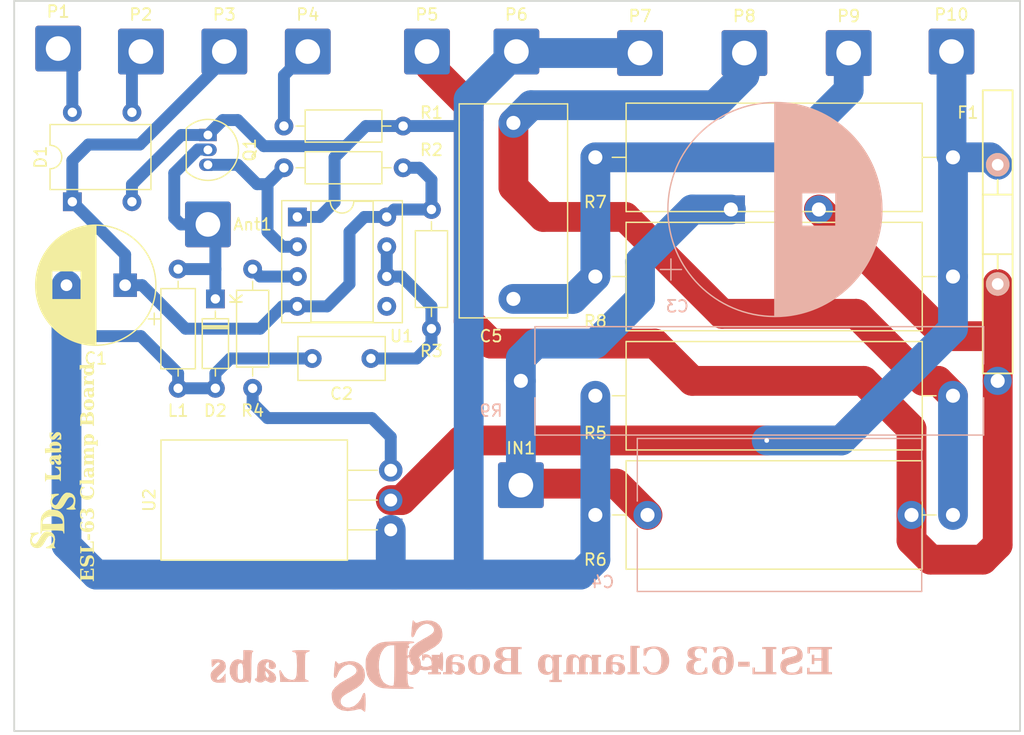
<source format=kicad_pcb>
(kicad_pcb (version 20221018) (generator pcbnew)

  (general
    (thickness 1.6)
  )

  (paper "USLetter")
  (title_block
    (title "Quad ESL-63 Clamp Board")
    (rev "1")
    (company "SDS Labs")
  )

  (layers
    (0 "F.Cu" signal)
    (31 "B.Cu" signal)
    (32 "B.Adhes" user "B.Adhesive")
    (33 "F.Adhes" user "F.Adhesive")
    (34 "B.Paste" user)
    (35 "F.Paste" user)
    (36 "B.SilkS" user "B.Silkscreen")
    (37 "F.SilkS" user "F.Silkscreen")
    (38 "B.Mask" user)
    (39 "F.Mask" user)
    (40 "Dwgs.User" user "User.Drawings")
    (41 "Cmts.User" user "User.Comments")
    (42 "Eco1.User" user "User.Eco1")
    (43 "Eco2.User" user "User.Eco2")
    (44 "Edge.Cuts" user)
    (45 "Margin" user)
    (46 "B.CrtYd" user "B.Courtyard")
    (47 "F.CrtYd" user "F.Courtyard")
    (48 "B.Fab" user)
    (49 "F.Fab" user)
  )

  (setup
    (stackup
      (layer "F.SilkS" (type "Top Silk Screen"))
      (layer "F.Paste" (type "Top Solder Paste"))
      (layer "F.Mask" (type "Top Solder Mask") (thickness 0.01))
      (layer "F.Cu" (type "copper") (thickness 0.035))
      (layer "dielectric 1" (type "core") (thickness 1.51) (material "FR4") (epsilon_r 4.5) (loss_tangent 0.02))
      (layer "B.Cu" (type "copper") (thickness 0.035))
      (layer "B.Mask" (type "Bottom Solder Mask") (thickness 0.01))
      (layer "B.Paste" (type "Bottom Solder Paste"))
      (layer "B.SilkS" (type "Bottom Silk Screen"))
      (copper_finish "None")
      (dielectric_constraints no)
    )
    (pad_to_mask_clearance 0)
    (pcbplotparams
      (layerselection 0x00010f0_ffffffff)
      (plot_on_all_layers_selection 0x0000000_00000000)
      (disableapertmacros false)
      (usegerberextensions false)
      (usegerberattributes true)
      (usegerberadvancedattributes true)
      (creategerberjobfile true)
      (dashed_line_dash_ratio 12.000000)
      (dashed_line_gap_ratio 3.000000)
      (svgprecision 4)
      (plotframeref false)
      (viasonmask false)
      (mode 1)
      (useauxorigin false)
      (hpglpennumber 1)
      (hpglpenspeed 20)
      (hpglpendiameter 15.000000)
      (dxfpolygonmode true)
      (dxfimperialunits true)
      (dxfusepcbnewfont true)
      (psnegative false)
      (psa4output false)
      (plotreference true)
      (plotvalue true)
      (plotinvisibletext false)
      (sketchpadsonfab false)
      (subtractmaskfromsilk false)
      (outputformat 1)
      (mirror false)
      (drillshape 0)
      (scaleselection 1)
      (outputdirectory "")
    )
  )

  (net 0 "")
  (net 1 "GND")
  (net 2 "VCC")
  (net 3 "Net-(R4-Pad1)")
  (net 4 "Net-(U1-DIS)")
  (net 5 "Net-(P5-P1)")
  (net 6 "Net-(P9-P1)")
  (net 7 "Net-(P8-P1)")
  (net 8 "Net-(P2-P1)")
  (net 9 "Net-(P1-P1)")
  (net 10 "Net-(Ant1-P1)")
  (net 11 "Net-(P10-P1)")
  (net 12 "Net-(P4-P1)")
  (net 13 "Net-(Q1-C)")
  (net 14 "Net-(U1-Q)")
  (net 15 "unconnected-(U1-CV-Pad5)")
  (net 16 "Net-(IN1-P1)")

  (footprint "Capacitor_THT:CP_Radial_D10.0mm_P5.00mm" (layer "F.Cu") (at 97.719277 110.5916 180))

  (footprint "Capacitor_THT:C_Rect_L7.2mm_W3.5mm_P5.00mm_FKS2_FKP2_MKS2_MKP2" (layer "F.Cu") (at 118.665 116.84 180))

  (footprint "Diode_THT:D_DO-35_SOD27_P7.62mm_Horizontal" (layer "F.Cu") (at 105.41 111.76 -90))

  (footprint "Inductor_THT:L_Axial_L6.6mm_D2.7mm_P10.16mm_Horizontal_Vishay_IM-2" (layer "F.Cu") (at 102.235 109.22 -90))

  (footprint "Connector_Wire:SolderWire-1.5sqmm_1x01_D1.7mm_OD3.9mm" (layer "F.Cu") (at 92.0115 90.424))

  (footprint "Connector_Wire:SolderWire-1.5sqmm_1x01_D1.7mm_OD3.9mm" (layer "F.Cu") (at 99.06 90.678))

  (footprint "Connector_Wire:SolderWire-1.5sqmm_1x01_D1.7mm_OD3.9mm" (layer "F.Cu") (at 106.172 90.678))

  (footprint "Connector_Wire:SolderWire-1.5sqmm_1x01_D1.7mm_OD3.9mm" (layer "F.Cu") (at 113.284 90.678))

  (footprint "Connector_Wire:SolderWire-1.5sqmm_1x01_D1.7mm_OD3.9mm" (layer "F.Cu") (at 123.444 90.678))

  (footprint "Connector_Wire:SolderWire-1.5sqmm_1x01_D1.7mm_OD3.9mm" (layer "F.Cu") (at 131.445 127.635))

  (footprint "Connector_Wire:SolderWire-1.5sqmm_1x01_D1.7mm_OD3.9mm" (layer "F.Cu") (at 131.064 90.678))

  (footprint "Connector_Wire:SolderWire-1.5sqmm_1x01_D1.7mm_OD3.9mm" (layer "F.Cu") (at 141.605 90.805))

  (footprint "Connector_Wire:SolderWire-1.5sqmm_1x01_D1.7mm_OD3.9mm" (layer "F.Cu") (at 150.495 90.805))

  (footprint "Connector_Wire:SolderWire-1.5sqmm_1x01_D1.7mm_OD3.9mm" (layer "F.Cu") (at 159.385 90.805))

  (footprint "Connector_Wire:SolderWire-1.5sqmm_1x01_D1.7mm_OD3.9mm" (layer "F.Cu") (at 168.148 90.678))

  (footprint "Connector_Wire:SolderWire-1.5sqmm_1x01_D1.7mm_OD3.9mm" (layer "F.Cu") (at 104.775 105.41))

  (footprint "Package_TO_SOT_THT:TO-92_Inline" (layer "F.Cu") (at 104.775 97.79 -90))

  (footprint "Resistor_THT:R_Axial_DIN0207_L6.3mm_D2.5mm_P10.16mm_Horizontal" (layer "F.Cu") (at 111.252 97.028))

  (footprint "Resistor_THT:R_Axial_DIN0207_L6.3mm_D2.5mm_P10.16mm_Horizontal" (layer "F.Cu") (at 121.412 100.584 180))

  (footprint "Resistor_THT:R_Axial_DIN0207_L6.3mm_D2.5mm_P10.16mm_Horizontal" (layer "F.Cu") (at 123.825 104.14 -90))

  (footprint "Resistor_THT:R_Axial_DIN0207_L6.3mm_D2.5mm_P10.16mm_Horizontal" (layer "F.Cu") (at 108.585 119.38 90))

  (footprint "Package_DIP:DIP-8_W7.62mm_Socket" (layer "F.Cu") (at 112.395 104.775))

  (footprint "Resistor_THT:R_Axial_Power_L25.0mm_W9.0mm_P30.48mm" (layer "F.Cu") (at 168.275 120.015 180))

  (footprint "Resistor_THT:R_Axial_Power_L25.0mm_W9.0mm_P30.48mm" (layer "F.Cu") (at 168.275 130.175 180))

  (footprint "Resistor_THT:R_Axial_Power_L25.0mm_W9.0mm_P30.48mm" (layer "F.Cu") (at 168.275 99.695 180))

  (footprint "Resistor_THT:R_Axial_Power_L25.0mm_W9.0mm_P30.48mm" (layer "F.Cu") (at 168.275 109.855 180))

  (footprint "kicad-SDS-footprints:polyfuse-2.5A" (layer "F.Cu") (at 172.085 100.33 -90))

  (footprint "Package_TO_SOT_THT:TO-220-3_Horizontal_TabDown" (layer "F.Cu") (at 120.355 131.445 90))

  (footprint "Capacitor_THT:C_Rect_L18.0mm_W9.0mm_P15.00mm_FKS3_FKP3" (layer "F.Cu") (at 130.81 111.76 90))

  (footprint "sdsLogos:sdsLabs-medium-fSilk" (layer "F.Cu") (at 91.44 127.8128 90))

  (footprint "Diode_THT:Diode_Bridge_DIP-4_W7.62mm_P5.08mm" (layer "F.Cu") (at 93.218 103.4796 90))

  (footprint "MountingHole:MountingHole_3.2mm_M3" (layer "F.Cu") (at 98.75 142.85))

  (footprint "sdsLogos:sdsLabs-large-bSilk" (layer "F.Cu") (at 114.4016 142.7988))

  (footprint "MountingHole:MountingHole_3.2mm_M3" (layer "F.Cu") (at 163.6 142.9))

  (footprint "Capacitor_THT:CP_Radial_D18.0mm_P7.50mm" (layer "B.Cu")
    (tstamp 00000000-0000-0000-0000-00005830e2f8)
    (at 149.345 104.14)
    (descr "CP, Radial series, Radial, pin pitch=7.50mm, , diameter=18mm, Electrolytic Capacitor")
    (tags "CP Radial series Radial pin pitch 7.50mm  diameter 18mm Electrolytic Capacitor")
    (property "Sheetfile" "esl63_clamp_board_v2.kicad_sch")
    (property "Sheetname" "")
    (path "/00000000-0000-0000-0000-0000582a6b41")
    (attr through_hole)
    (fp_text reference "C3" (at -4.565 8.255) (layer "B.SilkS")
        (effects (font (size 1 1) (thickness 0.15)) (justify mirror))
      (tstamp 26d1da23-1b64-428a-a599-eb75a73f5729)
    )
    (fp_text value "C" (at 3.75 -10.25) (layer "B.Fab")
        (effects (font (size 1 1) (thickness 0.15)) (justify mirror))
      (tstamp cfa3ba90-a391-4d31-9c5f-7eae0c570fff)
    )
    (fp_text user "${REFERENCE}" (at 1.15 2.54) (layer "B.Fab")
        (effects (font (size 1 1) (thickness 0.15)) (justify mirror))
      (tstamp d0aa76fa-2a7d-469c-85a2-72ed6399b781)
    )
    (fp_line (start -6.00944 5.115) (end -4.20944 5.115)
      (stroke (width 0.12) (type solid)) (layer "B.SilkS") (tstamp 514f0d7a-f1aa-426a-ab37-335901963cb6))
    (fp_line (start -5.10944 6.015) (end -5.10944 4.215)
      (stroke (width 0.12) (type solid)) (layer "B.SilkS") (tstamp 12eb37dd-1a5b-46ee-95dc-24a2b496ab86))
    (fp_line (start 3.75 9.081) (end 3.75 -9.081)
      (stroke (width 0.12) (type solid)) (layer "B.SilkS") (tstamp b82fb4f8-e290-42f5-a641-4355f941daba))
    (fp_line (start 3.79 9.08) (end 3.79 -9.08)
      (stroke (width 0.12) (type solid)) (layer "B.SilkS") (tstamp bb47c743-68bd-46e3-8edc-91e1bbffb324))
    (fp_line (start 3.83 9.08) (end 3.83 -9.08)
      (stroke (width 0.12) (type solid)) (layer "B.SilkS") (tstamp a1005c74-cd11-4f07-ba79-e73c6aed3da2))
    (fp_line (start 3.87 9.08) (end 3.87 -9.08)
      (stroke (width 0.12) (type solid)) (layer "B.SilkS") (tstamp beaeb4c2-f443-4e01-9016-ff3ad8c798c9))
    (fp_line (start 3.91 9.079) (end 3.91 -9.079)
      (stroke (width 0.12) (type solid)) (layer "B.SilkS") (tstamp 4cd68eca-a086-4302-90ca-d2ffc067e4ab))
    (fp_line (start 3.95 9.078) (end 3.95 -9.078)
      (stroke (width 0.12) (type solid)) (layer "B.SilkS") (tstamp 8196b749-3e54-4bc9-90d0-865aaabd7624))
    (fp_line (start 3.99 9.077) (end 3.99 -9.077)
      (stroke (width 0.12) (type solid)) (layer "B.SilkS") (tstamp 99d032aa-6989-4868-8fa9-98c0042a4e43))
    (fp_line (start 4.03 9.076) (end 4.03 -9.076)
      (stroke (width 0.12) (type solid)) (layer "B.SilkS") (tstamp 9cf81248-2510-41a7-87c0-3eb314e4fbab))
    (fp_line (start 4.07 9.075) (end 4.07 -9.075)
      (stroke (width 0.12) (type solid)) (layer "B.SilkS") (tstamp abe5c403-acdf-4b9b-bf00-0181dbd1f474))
    (fp_line (start 4.11 9.073) (end 4.11 -9.073)
      (stroke (width 0.12) (type solid)) (layer "B.SilkS") (tstamp f1c6c544-c4c5-46a9-bf68-2e1bcca859e3))
    (fp_line (start 4.15 9.072) (end 4.15 -9.072)
      (stroke (width 0.12) (type solid)) (layer "B.SilkS") (tstamp 850792f0-3432-4a3e-9841-252f56cfeb50))
    (fp_line (start 4.19 9.07) (end 4.19 -9.07)
      (stroke (width 0.12) (type solid)) (layer "B.SilkS") (tstamp 48df8625-dae0-49bf-b780-daadda296a60))
    (fp_line (start 4.23 9.068) (end 4.23 -9.068)
      (stroke (width 0.12) (type solid)) (layer "B.SilkS") (tstamp af384a63-d2fb-4a0b-89be-925d70f86988))
    (fp_line (start 4.27 9.066) (end 4.27 -9.066)
      (stroke (width 0.12) (type solid)) (layer "B.SilkS") (tstamp aa898dae-7b98-46f6-8510-b62b74cb5a4b))
    (fp_line (start 4.31 9.063) (end 4.31 -9.063)
      (stroke (width 0.12) (type solid)) (layer "B.SilkS") (tstamp 2e038ea9-0e2c-4c71-96ef-90c84775906a))
    (fp_line (start 4.35 9.061) (end 4.35 -9.061)
      (stroke (width 0.12) (type solid)) (layer "B.SilkS") (tstamp fa115fd6-bce2-4581-aafc-88345d8165a8))
    (fp_line (start 4.39 9.058) (end 4.39 -9.058)
      (stroke (width 0.12) (type solid)) (layer "B.SilkS") (tstamp 43d75aa3-ba8a-47bf-92a4-3b64af1fa824))
    (fp_line (start 4.43 9.055) (end 4.43 -9.055)
      (stroke (width 0.12) (type solid)) (layer "B.SilkS") (tstamp d017d9df-9b00-4b42-b2ca-c9ad50fa4100))
    (fp_line (start 4.471 9.052) (end 4.471 -9.052)
      (stroke (width 0.12) (type solid)) (layer "B.SilkS") (tstamp ac7e247c-6762-4932-92bb-f2969dddf822))
    (fp_line (start 4.511 9.049) (end 4.511 -9.049)
      (stroke (width 0.12) (type solid)) (layer "B.SilkS") (tstamp dd54f0e3-8282-4dcb-922f-84aabca46f32))
    (fp_line (start 4.551 9.045) (end 4.551 -9.045)
      (stroke (width 0.12) (type solid)) (layer "B.SilkS") (tstamp ad4fdbe0-7016-43c1-a9c6-7654b8947b02))
    (fp_line (start 4.591 9.042) (end 4.591 -9.042)
      (stroke (width 0.12) (type solid)) (layer "B.SilkS") (tstamp 9ce54af3-b1ce-4be6-8389-efc1df13110c))
    (fp_line (start 4.631 9.038) (end 4.631 -9.038)
      (stroke (width 0.12) (type solid)) (layer "B.SilkS") (tstamp 812e83a2-4ddf-4948-9215-112f0996e3aa))
    (fp_line (start 4.671 9.034) (end 4.671 -9.034)
      (stroke (width 0.12) (type solid)) (layer "B.SilkS") (tstamp b13396a4-2559-4450-bd3e-82790ae35ca1))
    (fp_line (start 4.711 9.03) (end 4.711 -9.03)
      (stroke (width 0.12) (type solid)) (layer "B.SilkS") (tstamp e8212ad7-bc3e-4958-bdf4-d35467bf2e95))
    (fp_line (start 4.751 9.026) (end 4.751 -9.026)
      (stroke (width 0.12) (type solid)) (layer "B.SilkS") (tstamp 938383d0-1e6e-4d12-b85f-a3ce9750ff0b))
    (fp_line (start 4.791 9.021) (end 4.791 -9.021)
      (stroke (width 0.12) (type solid)) (layer "B.SilkS") (tstamp 30dd66a7-f191-4064-8ac5-4d0fbe019e89))
    (fp_line (start 4.831 9.016) (end 4.831 -9.016)
      (stroke (width 0.12) (type solid)) (layer "B.SilkS") (tstamp 2d68a96a-d3a2-4549-95c6-f0a6899ce50a))
    (fp_line (start 4.871 9.011) (end 4.871 -9.011)
      (stroke (width 0.12) (type solid)) (layer "B.SilkS") (tstamp 59ac31ce-be3d-426e-98b6-c0d079edd84e))
    (fp_line (start 4.911 9.006) (end 4.911 -9.006)
      (stroke (width 0.12) (type solid)) (layer "B.SilkS") (tstamp 7a2cb359-13b8-4997-8a47-f5ea18dfa1cc))
    (fp_line (start 4.951 9.001) (end 4.951 -9.001)
      (stroke (width 0.12) (type solid)) (layer "B.SilkS") (tstamp 0f9398bc-7b2b-4e7c-bee0-493dbada1350))
    (fp_line (start 4.991 8.996) (end 4.991 -8.996)
      (stroke (width 0.12) (type solid)) (layer "B.SilkS") (tstamp c6be36e5-44d1-4da8-802d-506bb989ba3e))
    (fp_line (start 5.031 8.99) (end 5.031 -8.99)
      (stroke (width 0.12) (type solid)) (layer "B.SilkS") (tstamp 0e047b82-4b78-46b3-966d-c71946527eab))
    (fp_line (start 5.071 8.984) (end 5.071 -8.984)
      (stroke (width 0.12) (type solid)) (layer "B.SilkS") (tstamp 62df5487-cf9e-4998-89cb-f5a4d495da63))
    (fp_line (start 5.111 8.979) (end 5.111 -8.979)
      (stroke (width 0.12) (type solid)) (layer "B.SilkS") (tstamp 25623e8d-7454-4b9b-90d4-c5d536d3fddd))
    (fp_line (start 5.151 8.972) (end 5.151 -8.972)
      (stroke (width 0.12) (type solid)) (layer "B.SilkS") (tstamp afc957d2-9231-4a30-8c7b-6089faafc31c))
    (fp_line (start 5.191 8.966) (end 5.191 -8.966)
      (stroke (width 0.12) (type solid)) (layer "B.SilkS") (tstamp 3a857afb-afb0-4d1d-b0ac-f4c56ec80917))
    (fp_line (start 5.231 8.96) (end 5.231 -8.96)
      (stroke (width 0.12) (type solid)) (layer "B.SilkS") (tstamp 8fe54ad6-fd2f-4e58-9f69-17ec0b1710cd))
    (fp_line (start 5.271 8.953) (end 5.271 -8.953)
      (stroke (width 0.12) (type solid)) (layer "B.SilkS") (tstamp 7df82e8c-7d42-4a60-8670-5d5c1026b891))
    (fp_line (start 5.311 8.946) (end 5.311 -8.946)
      (stroke (width 0.12) (type solid)) (layer "B.SilkS") (tstamp 061666b1-1a14-4e4e-959a-7f891586f405))
    (fp_line (start 5.351 8.939) (end 5.351 -8.939)
      (stroke (width 0.12) (type solid)) (layer "B.SilkS") (tstamp 179816b7-bea5-45d0-abb5-4862f7e26079))
    (fp_line (start 5.391 8.932) (end 5.391 -8.932)
      (stroke (width 0.12) (type solid)) (layer "B.SilkS") (tstamp bd0a20e8-3ec2-4064-a018-cf3b39348191))
    (fp_line (start 5.431 8.924) (end 5.431 -8.924)
      (stroke (width 0.12) (type solid)) (layer "B.SilkS") (tstamp 440fdf8b-9a97-4dc7-97d5-57d8eba44991))
    (fp_line (start 5.471 8.917) (end 5.471 -8.917)
      (stroke (width 0.12) (type solid)) (layer "B.SilkS") (tstamp e920c891-5255-4b18-9d28-8d34e8ad9015))
    (fp_line (start 5.511 8.909) (end 5.511 -8.909)
      (stroke (width 0.12) (type solid)) (layer "B.SilkS") (tstamp dca7c96d-6f4a-48bd-9185-33d33c9fcaf4))
    (fp_line (start 5.551 8.901) (end 5.551 -8.901)
      (stroke (width 0.12) (type solid)) (layer "B.SilkS") (tstamp a414cf5c-2f38-4bbd-90b1-f5d9ff0fcafe))
    (fp_line (start 5.591 8.893) (end 5.591 -8.893)
      (stroke (width 0.12) (type solid)) (layer "B.SilkS") (tstamp 7a5e3644-d0d1-43bb-9e77-ae55600c8f27))
    (fp_line (start 5.631 8.885) (end 5.631 -8.885)
      (stroke (width 0.12) (type solid)) (layer "B.SilkS") (tstamp fad6fb5e-1d8c-42ad-be16-ee034d292f5e))
    (fp_line (start 5.671 8.876) (end 5.671 -8.876)
      (stroke (width 0.12) (type solid)) (layer "B.SilkS") (tstamp b4deffcc-4313-42ab-bf03-dc9d56f91bd7))
    (fp_line (start 5.711 8.867) (end 5.711 -8.867)
      (stroke (width 0.12) (type solid)) (layer "B.SilkS") (tstamp 4606360d-5176-47a1-b478-9ed28301783d))
    (fp_line (start 5.751 8.858) (end 5.751 -8.858)
      (stroke (width 0.12) (type solid)) (layer "B.SilkS") (tstamp 8e5f0855-96f4-4632-ae47-7a6db52af30a))
    (fp_line (start 5.791 8.849) (end 5.791 -8.849)
      (stroke (width 0.12) (type solid)) (layer "B.SilkS") (tstamp d71864db-5dfb-4b8f-bcfb-5cbb121a8b5e))
    (fp_line (start 5.831 8.84) (end 5.831 -8.84)
      (stroke (width 0.12) (type solid)) (layer "B.SilkS") (tstamp f1e795ed-902c-426c-9bac-63f290686a81))
    (fp_line (start 5.871 8.831) (end 5.871 -8.831)
      (stroke (width 0.12) (type solid)) (layer "B.SilkS") (tstamp 4cbb17e0-588f-4dc1-a49c-473fcf8f5a51))
    (fp_line (start 5.911 8.821) (end 5.911 -8.821)
      (stroke (width 0.12) (type solid)) (layer "B.SilkS") (tstamp e0ccac0a-a8d3-4c81-95cc-9412de5cfced))
    (fp_line (start 5.951 8.811) (end 5.951 -8.811)
      (stroke (width 0.12) (type solid)) (layer "B.SilkS") (tstamp db22480e-3913-463b-9ebd-880a23b24247))
    (fp_line (start 5.991 8.801) (end 5.991 -8.801)
      (stroke (width 0.12) (type solid)) (layer "B.SilkS") (tstamp 74c9a42d-1ae4-4c4a-bb02-4b5998ae00e7))
    (fp_line (start 6.031 8.791) (end 6.031 -8.791)
      (stroke (width 0.12) (type solid)) (layer "B.SilkS") (tstamp 61b9676f-1434-4ef9-8a05-b81a8a2429f4))
    (fp_line (start 6.071 -1.44) (end 6.071 -8.78)
      (stroke (width 0.12) (type solid)) (layer "B.SilkS") (tstamp d26c5e05-5a57-4e33-aaf1-c8e620de2f6d))
    (fp_line (start 6.071 8.78) (end 6.071 1.44)
      (stroke (width 0.12) (type solid)) (layer "B.SilkS") (tstamp 6836a5a9-8411-4496-91c5-9a77ac9900ec))
    (fp_line (start 6.111 -1.44) (end 6.111 -8.77)
      (stroke (width 0.12) (type solid)) (layer "B.SilkS") (tstamp 34b3b264-3961-4a52-8ffd-35bcfd72b0ce))
    (fp_line (start 6.111 8.77) (end 6.111 1.44)
      (stroke (width 0.12) (type solid)) (layer "B.SilkS") (tstamp 6b173251-cf80-4def-a6cf-70542d21fa47))
    (fp_line (start 6.151 -1.44) (end 6.151 -8.759)
      (stroke (width 0.12) (type solid)) (layer "B.SilkS") (tstamp 4671cd51-985a-4033-87a4-467bff464eb3))
    (fp_line (start 6.151 8.759) (end 6.151 1.44)
      (stroke (width 0.12) (type solid)) (layer "B.SilkS") (tstamp e3eed71b-2432-47cd-96de-e3120b1b610e))
    (fp_line (start 6.191 -1.44) (end 6.191 -8.748)
      (stroke (width 0.12) (type solid)) (layer "B.SilkS") (tstamp db93530a-2cc1-4474-99c4-c6ef9fd0b00d))
    (fp_line (start 6.191 8.748) (end 6.191 1.44)
      (stroke (width 0.12) (type solid)) (layer "B.SilkS") (tstamp 37e2baac-cf9d-4e84-922b-9a682c50e980))
    (fp_line (start 6.231 -1.44) (end 6.231 -8.737)
      (stroke (width 0.12) (type solid)) (layer "B.SilkS") (tstamp 9a5ca23b-7eb6-44b9-8293-0ae1432d80ad))
    (fp_line (start 6.231 8.737) (end 6.231 1.44)
      (stroke (width 0.12) (type solid)) (layer "B.SilkS") (tstamp d31b10cb-2bf8-462d-a6cc-af6a994e714e))
    (fp_line (start 6.271 -1.44) (end 6.271 -8.725)
      (stroke (width 0.12) (type solid)) (layer "B.SilkS") (tstamp 8a0c5219-dd11-42ef-aa00-adf8e78356e8))
    (fp_line (start 6.271 8.725) (end 6.271 1.44)
      (stroke (width 0.12) (type solid)) (layer "B.SilkS") (tstamp 438d2154-2b15-4bb6-bb54-e2b7abf3b46f))
    (fp_line (start 6.311 -1.44) (end 6.311 -8.714)
      (stroke (width 0.12) (type solid)) (layer "B.SilkS") (tstamp 368bc1d3-ba12-4fd6-b670-562b5301d853))
    (fp_line (start 6.311 8.714) (end 6.311 1.44)
      (stroke (width 0.12) (type solid)) (layer "B.SilkS") (tstamp 41ecb863-5bf4-4e5e-a7c5-2ba19296b8d9))
    (fp_line (start 6.351 -1.44) (end 6.351 -8.702)
      (stroke (width 0.12) (type solid)) (layer "B.SilkS") (tstamp 4fd8bcd2-4b29-4490-95e7-7bcd3fe0298e))
    (fp_line (start 6.351 8.702) (end 6.351 1.44)
      (stroke (width 0.12) (type solid)) (layer "B.SilkS") (tstamp 858f35d2-84b8-437b-a499-301cc7870265))
    (fp_line (start 6.391 -1.44) (end 6.391 -8.69)
      (stroke (width 0.12) (type solid)) (layer "B.SilkS") (tstamp a823f147-5901-42c0-96d5-0e781894ba7f))
    (fp_line (start 6.391 8.69) (end 6.391 1.44)
      (stroke (width 0.12) (type solid)) (layer "B.SilkS") (tstamp 49b49080-b5da-4c29-90e1-339aaa03d008))
    (fp_line (start 6.431 -1.44) (end 6.431 -8.678)
      (stroke (width 0.12) (type solid)) (layer "B.SilkS") (tstamp 2a22e48a-f13e-4e28-a258-ccc3654c7bb4))
    (fp_line (start 6.431 8.678) (end 6.431 1.44)
      (stroke (width 0.12) (type solid)) (layer "B.SilkS") (tstamp f273fde4-cb83-4e09-b076-9cf88744e7c7))
    (fp_line (start 6.471 -1.44) (end 6.471 -8.665)
      (stroke (width 0.12) (type solid)) (layer "B.SilkS") (tstamp 4c05209b-e235-49fe-af90-62c06bb0318e))
    (fp_line (start 6.471 8.665) (end 6.471 1.44)
      (stroke (width 0.12) (type solid)) (layer "B.SilkS") (tstamp 425d3dff-ddbc-4021-b04c-1a0fd8f3c44c))
    (fp_line (start 6.511 -1.44) (end 6.511 -8.653)
      (stroke (width 0.12) (type solid)) (layer "B.SilkS") (tstamp c029781c-efc2-4c3a-8f2f-68804c259561))
    (fp_line (start 6.511 8.653) (end 6.511 1.44)
      (stroke (width 0.12) (type solid)) (layer "B.SilkS") (tstamp 5be84797-5b75-4d02-adff-aae7efb441a4))
    (fp_line (start 6.551 -1.44) (end 6.551 -8.64)
      (stroke (width 0.12) (type solid)) (layer "B.SilkS") (tstamp 2b0f0d57-0bc7-458b-b734-9044a679e131))
    (fp_line (start 6.551 8.64) (end 6.551 1.44)
      (stroke (width 0.12) (type solid)) (layer "B.SilkS") (tstamp 11141870-a57d-4c88-b639-f021ad464edd))
    (fp_line (start 6.591 -1.44) (end 6.591 -8.627)
      (stroke (width 0.12) (type solid)) (layer "B.SilkS") (tstamp 25b347b0-68a8-4f2b-85ff-109df408f102))
    (fp_line (start 6.591 8.627) (end 6.591 1.44)
      (stroke (width 0.12) (type solid)) (layer "B.SilkS") (tstamp 37a9dd1d-abf3-4b7d-8f68-7ca505208499))
    (fp_line (start 6.631 -1.44) (end 6.631 -8.614)
      (stroke (width 0.12) (type solid)) (layer "B.SilkS") (tstamp 92c33dfc-0ae5-4288-b593-ce55b93b05d0))
    (fp_line (start 6.631 8.614) (end 6.631 1.44)
      (stroke (width 0.12) (type solid)) (layer "B.SilkS") (tstamp 24db12cb-52fa-4d2b-adf8-51f710b3667b))
    (fp_line (start 6.671 -1.44) (end 6.671 -8.6)
      (stroke (width 0.12) (type solid)) (layer "B.SilkS") (tstamp d2f1b469-1225-43ae-b31b-ce2eccca2bb5))
    (fp_line (start 6.671 8.6) (end 6.671 1.44)
      (stroke (width 0.12) (type solid)) (layer "B.SilkS") (tstamp dd33b5f5-82a2-45f6-90fb-5521db21b1c1))
    (fp_line (start 6.711 -1.44) (end 6.711 -8.587)
      (stroke (width 0.12) (type solid)) (layer "B.SilkS") (tstamp 4ae13633-e0b4-48ce-a380-b52e024b3526))
    (fp_line (start 6.711 8.587) (end 6.711 1.44)
      (stroke (width 0.12) (type solid)) (layer "B.SilkS") (tstamp 10f49205-9538-4545-8275-705c4e9033e7))
    (fp_line (start 6.751 -1.44) (end 6.751 -8.573)
      (stroke (width 0.12) (type solid)) (layer "B.SilkS") (tstamp 37ebcb06-7fa4-4473-903f-6fc716d0d258))
    (fp_line (start 6.751 8.573) (end 6.751 1.44)
      (stroke (width 0.12) (type solid)) (layer "B.SilkS") (tstamp fc70dda8-418a-430e-946e-7227780c5f85))
    (fp_line (start 6.791 -1.44) (end 6.791 -8.559)
      (stroke (width 0.12) (type solid)) (layer "B.SilkS") (tstamp 9c94da3c-b218-4656-91d4-44cc60793944))
    (fp_line (start 6.791 8.559) (end 6.791 1.44)
      (stroke (width 0.12) (type solid)) (layer "B.SilkS") (tstamp 027116db-a17e-4728-ba39-060a77ab2b60))
    (fp_line (start 6.831 -1.44) (end 6.831 -8.545)
      (stroke (width 0.12) (type solid)) (layer "B.SilkS") (tstamp f10e97da-211a-4302-9aef-af5608fbb118))
    (fp_line (start 6.831 8.545) (end 6.831 1.44)
      (stroke (width 0.12) (type solid)) (layer "B.SilkS") (tstamp 2fb608cc-1e35-44cb-a348-212486587726))
    (fp_line (start 6.871 -1.44) (end 6.871 -8.53)
      (stroke (width 0.12) (type solid)) (layer "B.SilkS") (tstamp d70d641e-cd87-44a8-a675-372276251814))
    (fp_line (start 6.871 8.53) (end 6.871 1.44)
      (stroke (width 0.12) (type solid)) (layer "B.SilkS") (tstamp 203049de-fa71-4c82-85ce-f9ce779b04e7))
    (fp_line (start 6.911 -1.44) (end 6.911 -8.516)
      (stroke (width 0.12) (type solid)) (layer "B.SilkS") (tstamp a56fb246-4405-4441-821f-ebfabc7aaf66))
    (fp_line (start 6.911 8.516) (end 6.911 1.44)
      (stroke (width 0.12) (type solid)) (layer "B.SilkS") (tstamp b5b0a05d-c84e-4ae6-b9ac-711b056c41fb))
    (fp_line (start 6.951 -1.44) (end 6.951 -8.501)
      (stroke (width 0.12) (type solid)) (layer "B.SilkS") (tstamp 2b4fca94-fa90-4ec2-b42d-68956e76e425))
    (fp_line (start 6.951 8.501) (end 6.951 1.44)
      (stroke (width 0.12) (type solid)) (layer "B.SilkS") (tstamp 70812458-a1ac-45cc-832f-2b5c55b60c6a))
    (fp_line (start 6.991 -1.44) (end 6.991 -8.486)
      (stroke (width 0.12) (type solid)) (layer "B.SilkS") (tstamp 306d8d7c-b237-4aeb-99e6-b194afe47133))
    (fp_line (start 6.991 8.486) (end 6.991 1.44)
      (stroke (width 0.12) (type solid)) (layer "B.SilkS") (tstamp 356b6f9e-aac3-4699-b157-2e36117d60a8))
    (fp_line (start 7.031 -1.44) (end 7.031 -8.47)
      (stroke (width 0.12) (type solid)) (layer "B.SilkS") (tstamp 71402129-6770-421b-9fe8-b426e35fe1eb))
    (fp_line (start 7.031 8.47) (end 7.031 1.44)
      (stroke (width 0.12) (type solid)) (layer "B.SilkS") (tstamp 95f04979-3020-4ef1-a09d-03df0cf1b552))
    (fp_line (start 7.071 -1.44) (end 7.071 -8.455)
      (stroke (width 0.12) (type solid)) (layer "B.SilkS") (tstamp 462a8618-0d47-4d1c-a012-a6f2997e5ea6))
    (fp_line (start 7.071 8.455) (end 7.071 1.44)
      (stroke (width 0.12) (type solid)) (layer "B.SilkS") (tstamp fffc98aa-56bf-4cbb-be2e-b37248812f7e))
    (fp_line (start 7.111 -1.44) (end 7.111 -8.439)
      (stroke (width 0.12) (type solid)) (layer "B.SilkS") (tstamp 1a163418-ed0e-4748-9df3-9a80163f9451))
    (fp_line (start 7.111 8.439) (end 7.111 1.44)
      (stroke (width 0.12) (type solid)) (layer "B.SilkS") (tstamp 5fc08c5a-a127-48bb-bc38-c15247351fe7))
    (fp_line (start 7.151 -1.44) (end 7.151 -8.423)
      (stroke (width 0.12) (type solid)) (layer "B.SilkS") (tstamp 4da46157-36c9-4c06-a709-b4d6492d561e))
    (fp_line (start 7.151 8.423) (end 7.151 1.44)
      (stroke (width 0.12) (type solid)) (layer "B.SilkS") (tstamp 9c05f9ef-0e7b-4dcf-b26e-211fc658793b))
    (fp_line (start 7.191 -1.44) (end 7.191 -8.407)
      (stroke (width 0.12) (type solid)) (layer "B.SilkS") (tstamp 5fd5b606-4e59-4571-8ff5-284777628013))
    (fp_line (start 7.191 8.407) (end 7.191 1.44)
      (stroke (width 0.12) (type solid)) (layer "B.SilkS") (tstamp ebd604b9-443d-4d1a-b2fb-b993550d709d))
    (fp_line (start 7.231 -1.44) (end 7.231 -8.39)
      (stroke (width 0.12) (type solid)) (layer "B.SilkS") (tstamp 676ac843-4b20-487d-bdf6-4fa8b592e3e3))
    (fp_line (start 7.231 8.39) (end 7.231 1.44)
      (stroke (width 0.12) (type solid)) (layer "B.SilkS") (tstamp d1e1b062-7dc5-4dbc-875d-5bba0897bacc))
    (fp_line (start 7.271 -1.44) (end 7.271 -8.374)
      (stroke (width 0.12) (type solid)) (layer "B.SilkS") (tstamp 6c6d6506-e5fd-45bd-ae31-ef66d637ebb5))
    (fp_line (start 7.271 8.374) (end 7.271 1.44)
      (stroke (width 0.12) (type solid)) (layer "B.SilkS") (tstamp a9427bef-5360-4b9d-bb70-accc0b58e285))
    (fp_line (start 7.311 -1.44) (end 7.311 -8.357)
      (stroke (width 0.12) (type solid)) (layer "B.SilkS") (tstamp a3e47315-a183-4765-be1d-0fa7b1108594))
    (fp_line (start 7.311 8.357) (end 7.311 1.44)
      (stroke (width 0.12) (type solid)) (layer "B.SilkS") (tstamp a661498d-dba6-4c92-a8b7-0160f4cee0dc))
    (fp_line (start 7.351 -1.44) (end 7.351 -8.34)
      (stroke (width 0.12) (type solid)) (layer "B.SilkS") (tstamp a6c976ec-9e89-4f9e-b209-4b18f81853dc))
    (fp_line (start 7.351 8.34) (end 7.351 1.44)
      (stroke (width 0.12) (type solid)) (layer "B.SilkS") (tstamp 7ae53591-6b19-4719-a40c-94da4eb60a31))
    (fp_line (start 7.391 -1.44) (end 7.391 -8.323)
      (stroke (width 0.12) (type solid)) (layer "B.SilkS") (tstamp 040d5340-de23-4ad5-9aa1-02067e437112))
    (fp_line (start 7.391 8.323) (end 7.391 1.44)
      (stroke (width 0.12) (type solid)) (layer "B.SilkS") (tstamp 5aca0a96-0c66-46d5-a29e-180ef9c5d97f))
    (fp_line (start 7.431 -1.44) (end 7.431 -8.305)
      (stroke (width 0.12) (type solid)) (layer "B.SilkS") (tstamp 0bf616eb-9526-45fa-b4f1-d17007606d7e))
    (fp_line (start 7.431 8.305) (end 7.431 1.44)
      (stroke (width 0.12) (type solid)) (layer "B.SilkS") (tstamp 5f7ab373-17e7-462f-a8e8-f2558ad38b33))
    (fp_line (start 7.471 -1.44) (end 7.471 -8.287)
      (stroke (width 0.12) (type solid)) (layer "B.SilkS") (tstamp 7219ddf3-d5d4-4f77-969a-918e34748727))
    (fp_line (start 7.471 8.287) (end 7.471 1.44)
      (stroke (width 0.12) (type solid)) (layer "B.SilkS") (tstamp 16cecafb-fda1-415e-9bf5-695844fa7e2f))
    (fp_line (start 7.511 -1.44) (end 7.511 -8.269)
      (stroke (width 0.12) (type solid)) (layer "B.SilkS") (tstamp d64274d9-2a0d-4ef7-93ab-b4184703556f))
    (fp_line (start 7.511 8.269) (end 7.511 1.44)
      (stroke (width 0.12) (type solid)) (layer "B.SilkS") (tstamp 05c8601a-db71-4dc2-b0f0-826e78abdec0))
    (fp_line (start 7.551 -1.44) (end 7.551 -8.251)
      (stroke (width 0.12) (type solid)) (layer "B.SilkS") (tstamp a99ce528-ad38-4e83-a73e-49a432508964))
    (fp_line (start 7.551 8.251) (end 7.551 1.44)
      (stroke (width 0.12) (type solid)) (layer "B.SilkS") (tstamp 8243cb63-3631-4201-8b8a-1a5d4e9d0566))
    (fp_line (start 7.591 -1.44) (end 7.591 -8.233)
      (stroke (width 0.12) (type solid)) (layer "B.SilkS") (tstamp ac4d89c8-9960-420c-a033-6a45630b159a))
    (fp_line (start 7.591 8.233) (end 7.591 1.44)
      (stroke (width 0.12) (type solid)) (layer "B.SilkS") (tstamp ef67f091-e056-4dac-b548-4f4387b8a9e1))
    (fp_line (start 7.631 -1.44) (end 7.631 -8.214)
      (stroke (width 0.12) (type solid)) (layer "B.SilkS") (tstamp aa8c924d-d9ed-4519-8462-8f632e513588))
    (fp_line (start 7.631 8.214) (end 7.631 1.44)
      (stroke (width 0.12) (type solid)) (layer "B.SilkS") (tstamp 9003ec3f-0007-4612-b9ef-f2c97b6b4cb6))
    (fp_line (start 7.671 -1.44) (end 7.671 -8.195)
      (stroke (width 0.12) (type solid)) (layer "B.SilkS") (tstamp 40a4912a-630a-4a9f-8886-5eab114e9cac))
    (fp_line (start 7.671 8.195) (end 7.671 1.44)
      (stroke (width 0.12) (type solid)) (layer "B.SilkS") (tstamp 76b2ddfc-21d7-4b12-ba77-aff22a0ad6cd))
    (fp_line (start 7.711 -1.44) (end 7.711 -8.176)
      (stroke (width 0.12) (type solid)) (layer "B.SilkS") (tstamp 1e8d86f1-e0bb-448e-9700-0b31035d51ee))
    (fp_line (start 7.711 8.176) (end 7.711 1.44)
      (stroke (width 0.12) (type solid)) (layer "B.SilkS") (tstamp 747f5a91-54b4-46aa-aede-45fda5738217))
    (fp_line (start 7.751 -1.44) (end 7.751 -8.156)
      (stroke (width 0.12) (type solid)) (layer "B.SilkS") (tstamp 8ac5a93b-f21c-4a81-aefa-4764f6050e85))
    (fp_line (start 7.751 8.156) (end 7.751 1.44)
      (stroke (width 0.12) (type solid)) (layer "B.SilkS") (tstamp 1cef7245-b52b-4a24-8deb-d7f7b1b35634))
    (fp_line (start 7.791 -1.44) (end 7.791 -8.137)
      (stroke (width 0.12) (type solid)) (layer "B.SilkS") (tstamp f0e1adb0-a4c5-4918-9ba5-02fd40eafe92))
    (fp_line (start 7.791 8.1
... [340262 chars truncated]
</source>
